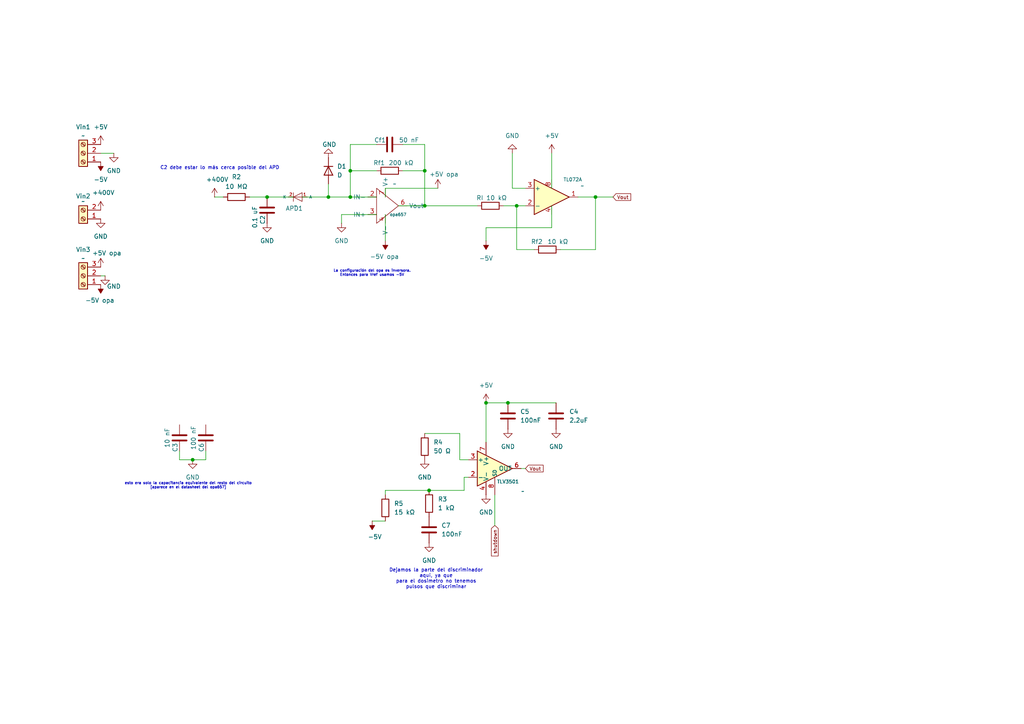
<source format=kicad_sch>
(kicad_sch (version 20250114) (generator "eeschema") (generator_version "9.0")
  (paper "A4")
  (lib_symbols
    (symbol "Amplifier_Operational:TL072" (pin_names (offset 0.127))
      (property "Reference" "U1" (at 0 10.16 0))
      (property "Value" "TL072" (at 0 7.62 0))
      (symbol "TL072_1_1"
        (polyline (pts (xy -5.08 5.08) (xy 5.08 0) (xy -5.08 -5.08) (xy -5.08 5.08)) (stroke (width 0.254)) (fill (type background)))
        (pin input line (at -7.62 2.54 0) (length 2.54) (name "+") (number "3"))
        (pin input line (at -7.62 -2.54 0) (length 2.54) (name "-") (number "2"))
        (pin power_in line (at 0 2.54 90) (length 2.54) (name "") (number "8"))
        (pin power_in line (at 0 -2.54 270) (length 2.54) (name "") (number "4"))
        (pin output line (at 7.62 0 180) (length 2.54) (name "~") (number "1"))
      )
      (symbol "TL072_2_1"
        (polyline (pts (xy -5.08 5.08) (xy 5.08 0) (xy -5.08 -5.08) (xy -5.08 5.08)) (stroke (width 0.254)) (fill (type background)))
        (pin input line (at -7.62 2.54 0) (length 2.54) (name "+") (number "5"))
        (pin input line (at -7.62 -2.54 0) (length 2.54) (name "-") (number "6"))
        (pin output line (at 7.62 0 180) (length 2.54) (name "~") (number "7"))
      )
      (symbol "TL072_3_1"
        (pin power_in line (at -2.54 7.62 270) (length 3.81) (name "V+") (number "8"))
        (pin power_in line (at -2.54 -7.62 90) (length 3.81) (name "V-") (number "4"))
      )
    )
    (symbol "Connector:Screw_Terminal_01x02" (pin_names (offset 1.016) (hide yes))
      (property "Reference" "J" (at 0 2.54 0))
      (property "Value" "Screw_Terminal_01x02" (at 0 -5.08 0))
      (symbol "Screw_Terminal_01x02_1_1"
        (rectangle (start -1.27 1.27) (end 1.27 -3.81) (stroke (width 0.254)) (fill (type background)))
        (polyline (pts (xy -0.5334 0.3302) (xy 0.3302 -0.508)) (stroke (width 0.1524)))
        (polyline (pts (xy -0.5334 -2.2098) (xy 0.3302 -3.048)) (stroke (width 0.1524)))
        (polyline (pts (xy -0.3556 0.508) (xy 0.508 -0.3302)) (stroke (width 0.1524)))
        (polyline (pts (xy -0.3556 -2.032) (xy 0.508 -2.8702)) (stroke (width 0.1524)))
        (circle (center 0 0) (radius 0.635) (stroke (width 0.1524)))
        (circle (center 0 -2.54) (radius 0.635) (stroke (width 0.1524)))
        (pin passive line (at -5.08 0 0) (length 3.81) (name "Pin_1") (number "1"))
        (pin passive line (at -5.08 -2.54 0) (length 3.81) (name "Pin_2") (number "2"))
      )
    )
    (symbol "Connector:Screw_Terminal_01x03" (pin_names (offset 1.016) (hide yes))
      (property "Reference" "J" (at 0 5.08 0))
      (property "Value" "Screw_Terminal_01x03" (at 0 -5.08 0))
      (symbol "Screw_Terminal_01x03_1_1"
        (rectangle (start -1.27 3.81) (end 1.27 -3.81) (stroke (width 0.254)) (fill (type background)))
        (polyline (pts (xy -0.5334 2.8702) (xy 0.3302 2.032)) (stroke (width 0.1524)))
        (polyline (pts (xy -0.5334 0.3302) (xy 0.3302 -0.508)) (stroke (width 0.1524)))
        (polyline (pts (xy -0.5334 -2.2098) (xy 0.3302 -3.048)) (stroke (width 0.1524)))
        (polyline (pts (xy -0.3556 3.048) (xy 0.508 2.2098)) (stroke (width 0.1524)))
        (polyline (pts (xy -0.3556 0.508) (xy 0.508 -0.3302)) (stroke (width 0.1524)))
        (polyline (pts (xy -0.3556 -2.032) (xy 0.508 -2.8702)) (stroke (width 0.1524)))
        (circle (center 0 2.54) (radius 0.635) (stroke (width 0.1524)))
        (circle (center 0 0) (radius 0.635) (stroke (width 0.1524)))
        (circle (center 0 -2.54) (radius 0.635) (stroke (width 0.1524)))
        (pin passive line (at -5.08 2.54 0) (length 3.81) (name "Pin_1") (number "1"))
        (pin passive line (at -5.08 0 0) (length 3.81) (name "Pin_2") (number "2"))
        (pin passive line (at -5.08 -2.54 0) (length 3.81) (name "Pin_3") (number "3"))
      )
    )
    (symbol "Device:C" (pin_numbers (hide yes)) (pin_names (offset 0.254))
      (property "Reference" "C" (at 0.635 2.54 0))
      (property "Value" "C" (at 0.635 -2.54 0))
      (symbol "C_0_1"
        (polyline (pts (xy -2.032 0.762) (xy 2.032 0.762)) (stroke (width 0.508)))
        (polyline (pts (xy -2.032 -0.762) (xy 2.032 -0.762)) (stroke (width 0.508)))
      )
      (symbol "C_1_1"
        (pin passive line (at 0 3.81 270) (length 2.794) (name "~") (number "1"))
        (pin passive line (at 0 -3.81 90) (length 2.794) (name "~") (number "2"))
      )
    )
    (symbol "Device:D" (pin_numbers (hide yes)) (pin_names (offset 1.016) (hide yes))
      (property "Reference" "D" (at 0 2.54 0))
      (property "Value" "D" (at 0 -2.54 0))
      (symbol "D_0_1"
        (polyline (pts (xy -1.27 1.27) (xy -1.27 -1.27)) (stroke (width 0.254)))
        (polyline (pts (xy 1.27 1.27) (xy 1.27 -1.27) (xy -1.27 0) (xy 1.27 1.27)) (stroke (width 0.254)))
        (polyline (pts (xy 1.27 0) (xy -1.27 0)))
      )
      (symbol "D_1_1"
        (pin passive line (at -3.81 0 0) (length 2.54) (name "K") (number "1"))
        (pin passive line (at 3.81 0 180) (length 2.54) (name "A") (number "2"))
      )
    )
    (symbol "Device:R" (pin_numbers (hide yes)) (pin_names (offset 0))
      (property "Reference" "R" (at 2.032 0 90))
      (property "Value" "R" (at 0 0 90))
      (symbol "R_0_1"
        (rectangle (start -1.016 -2.54) (end 1.016 2.54) (stroke (width 0.254)))
      )
      (symbol "R_1_1"
        (pin passive line (at 0 3.81 270) (length 1.27) (name "~") (number "1"))
        (pin passive line (at 0 -3.81 90) (length 1.27) (name "~") (number "2"))
      )
    )
    (symbol "New_Library:OPA657"
      (property "Reference" "opa657" (at 11.43 1.27 0))
      (symbol "OPA657_0_1"
        (polyline (pts (xy 2.54 3.81) (xy 2.54 -6.35) (xy 8.89 -1.27) (xy 2.54 3.81)))
      )
      (symbol "OPA657_1_1"
        (pin input line (at 2.54 1.27 180) (length 2.54) (name "IN-") (number "2"))
        (pin no_connect line (at 2.54 -1.27 180) (length 2.54) (hide yes) (name "NC") (number "8"))
        (pin input line (at 2.54 -3.81 180) (length 2.54) (name "IN+") (number "3"))
        (pin power_in line (at 5.08 1.27 90) (length 2.54) (name "V+") (number "7"))
        (pin power_in line (at 5.08 -3.81 270) (length 2.54) (name "V-") (number "4"))
        (pin no_connect line (at 7.62 0 90) (length 2.54) (hide yes) (name "NC") (number "1"))
        (pin no_connect line (at 7.62 -2.54 270) (length 2.54) (hide yes) (name "NC") (number "5"))
        (pin output line (at 8.89 -1.27 0) (length 2.54) (name "Vout") (number "6"))
      )
    )
    (symbol "New_Library:S8664-1010"
      (property "Reference" "APD1" (at -1.27 3.81 0))
      (property "Value" "~" (at -0.635 2.54 0))
      (symbol "S8664-1010_1_1"
        (polyline (pts (xy 0 1.27) (xy 0 -1.27)) (stroke (width 0.15)))
        (polyline (pts (xy 0 0) (xy -2.54 0)))
        (polyline (pts (xy 0 0) (xy -2.54 1.27) (xy -2.54 -1.27) (xy 0 0)) (stroke (width 0.15)))
        (pin input line (at -2.54 0 180) (length 1.5) (name "A") (number "1"))
        (pin output line (at 0 0 0) (length 1.5) (name "K") (number "2"))
      )
    )
    (symbol "New_Library:TLV3501" (pin_names (offset 0.127))
      (property "Reference" "discriminador-tlv" (at 3.81 -5.08 0))
      (property "Value" "TLV3501" (at 3.81 -7.62 0))
      (symbol "TLV3501_1_1"
        (polyline (pts (xy -5.08 5.08) (xy 5.08 0) (xy -5.08 -5.08) (xy -5.08 5.08)) (stroke (width 0.254)) (fill (type background)))
        (pin input line (at -7.62 2.54 0) (length 2.54) (name "+") (number "3"))
        (pin input line (at -7.62 -2.54 0) (length 2.54) (name "-") (number "2"))
        (pin no_connect line (at -5.08 5.08 180) (length 0) (hide yes) (name "NC") (number "1"))
        (pin no_connect line (at -5.08 -5.08 180) (length 0) (hide yes) (name "NC") (number "5"))
        (pin power_in line (at -2.54 7.62 270) (length 3.81) (name "V+") (number "7"))
        (pin power_in line (at -2.54 -7.62 90) (length 3.81) (name "V-") (number "4"))
        (pin input line (at 0 -7.62 90) (length 5.08) (name "SD") (number "8"))
        (pin output line (at 7.62 0 180) (length 2.54) (name "OUT") (number "6"))
      )
    )
    (symbol "power:+48V" (power) (pin_numbers (hide yes)) (pin_names (offset 0) (hide yes))
      (property "Value" "+48V" (at 0 3.556 0))
      (symbol "+48V_0_1"
        (polyline (pts (xy -0.762 1.27) (xy 0 2.54)))
        (polyline (pts (xy 0 2.54) (xy 0.762 1.27)))
        (polyline (pts (xy 0 0) (xy 0 2.54)))
      )
      (symbol "+48V_1_1"
        (pin power_in line (at 0 0 90) (length 0) (name "~") (number "1"))
      )
    )
    (symbol "power:+5V" (power) (pin_numbers (hide yes)) (pin_names (offset 0) (hide yes))
      (property "Value" "+5V" (at 0 3.556 0))
      (symbol "+5V_0_1"
        (polyline (pts (xy -0.762 1.27) (xy 0 2.54)))
        (polyline (pts (xy 0 2.54) (xy 0.762 1.27)))
        (polyline (pts (xy 0 0) (xy 0 2.54)))
      )
      (symbol "+5V_1_1"
        (pin power_in line (at 0 0 90) (length 0) (name "~") (number "1"))
      )
    )
    (symbol "power:-5V" (power) (pin_numbers (hide yes)) (pin_names (offset 0) (hide yes))
      (property "Value" "-5V" (at 0 3.556 0))
      (symbol "-5V_0_0"
        (pin power_in line (at 0 0 90) (length 0) (name "~") (number "1"))
      )
      (symbol "-5V_0_1"
        (polyline (pts (xy 0 0) (xy 0 1.27) (xy 0.762 1.27) (xy 0 2.54) (xy -0.762 1.27) (xy 0 1.27)) (fill (type outline)))
      )
    )
    (symbol "power:GND" (power) (pin_numbers (hide yes)) (pin_names (offset 0) (hide yes))
      (property "Value" "GND" (at 0 -3.81 0))
      (symbol "GND_0_1"
        (polyline (pts (xy 0 0) (xy 0 -1.27) (xy 1.27 -1.27) (xy 0 -2.54) (xy -1.27 -1.27) (xy 0 -1.27)))
      )
      (symbol "GND_1_1"
        (pin power_in line (at 0 0 270) (length 0) (name "~") (number "1"))
      )
    )
  )
  (text "Dejamos la parte del discriminador\naquí, ya que\npara el dosimetro no tenemos\npulsos que discriminar" (at 126.492 167.894 0) (effects (font (size 1 1))))
  (text "La configuración del opa es inversora. \nEntonces para Vref usamos -5V " (at 108.204 79.248 0) (effects (font (size 0.75 0.75))))
  (text "C2 debe estar lo más cerca posible del APD\n" (at 63.754 48.768 0) (effects (font (size 1 1))))
  (text "esto era solo la capacitancia equivalente del resto del circuito\n[aparece en el datasheet del opa657]\n\n" (at 54.61 141.478 0) (effects (font (size 0.75 0.75))))
  (junction (at 101.6 49.53))
  (junction (at 124.46 142.24))
  (junction (at 55.88 133.35))
  (junction (at 149.86 59.69))
  (junction (at 95.25 57.15))
  (junction (at 123.19 59.69))
  (junction (at 140.97 116.84))
  (junction (at 147.32 116.84))
  (junction (at 101.6 57.15))
  (junction (at 123.19 49.53))
  (junction (at 77.47 57.15))
  (junction (at 172.72 57.15))
  (wire (pts (xy 59.69 130.81) (xy 59.69 133.35)))
  (wire (pts (xy 147.32 116.84) (xy 161.29 116.84)))
  (wire (pts (xy 123.19 49.53) (xy 123.19 59.69)))
  (wire (pts (xy 134.62 142.24) (xy 134.62 138.43)))
  (wire (pts (xy 146.05 59.69) (xy 149.86 59.69)))
  (wire (pts (xy 52.07 130.81) (xy 52.07 133.35)))
  (wire (pts (xy 151.13 135.89) (xy 152.4 135.89)))
  (wire (pts (xy 140.97 116.84) (xy 140.97 128.27)))
  (wire (pts (xy 167.64 57.15) (xy 172.72 57.15)))
  (wire (pts (xy 109.22 49.53) (xy 101.6 49.53)))
  (wire (pts (xy 135.89 133.35) (xy 133.35 133.35)))
  (wire (pts (xy 107.95 151.13) (xy 111.76 151.13)))
  (wire (pts (xy 160.02 59.69) (xy 160.02 66.04)))
  (wire (pts (xy 143.51 143.51) (xy 143.51 152.4)))
  (wire (pts (xy 149.86 72.39) (xy 149.86 59.69)))
  (wire (pts (xy 101.6 57.15) (xy 109.22 57.15)))
  (wire (pts (xy 172.72 57.15) (xy 177.8 57.15)))
  (wire (pts (xy 111.76 142.24) (xy 124.46 142.24)))
  (wire (pts (xy 111.76 54.61) (xy 127 54.61)))
  (wire (pts (xy 29.21 80.01) (xy 30.48 80.01)))
  (wire (pts (xy 116.84 49.53) (xy 123.19 49.53)))
  (wire (pts (xy 101.6 49.53) (xy 101.6 57.15)))
  (wire (pts (xy 160.02 44.45) (xy 160.02 54.61)))
  (wire (pts (xy 123.19 125.73) (xy 133.35 125.73)))
  (wire (pts (xy 116.84 41.91) (xy 123.19 41.91)))
  (wire (pts (xy 101.6 41.91) (xy 109.22 41.91)))
  (wire (pts (xy 134.62 142.24) (xy 124.46 142.24)))
  (wire (pts (xy 149.86 59.69) (xy 152.4 59.69)))
  (wire (pts (xy 77.47 57.15) (xy 85.09 57.15)))
  (wire (pts (xy 148.59 44.45) (xy 148.59 54.61)))
  (wire (pts (xy 162.56 72.39) (xy 172.72 72.39)))
  (wire (pts (xy 152.4 54.61) (xy 148.59 54.61)))
  (wire (pts (xy 52.07 133.35) (xy 55.88 133.35)))
  (wire (pts (xy 111.76 62.23) (xy 111.76 69.85)))
  (wire (pts (xy 140.97 116.84) (xy 147.32 116.84)))
  (wire (pts (xy 95.25 53.34) (xy 95.25 57.15)))
  (wire (pts (xy 111.76 143.51) (xy 111.76 142.24)))
  (wire (pts (xy 99.06 62.23) (xy 109.22 62.23)))
  (wire (pts (xy 95.25 57.15) (xy 101.6 57.15)))
  (wire (pts (xy 134.62 138.43) (xy 135.89 138.43)))
  (wire (pts (xy 111.76 54.61) (xy 111.76 57.15)))
  (wire (pts (xy 123.19 59.69) (xy 138.43 59.69)))
  (wire (pts (xy 133.35 133.35) (xy 133.35 125.73)))
  (wire (pts (xy 154.94 72.39) (xy 149.86 72.39)))
  (wire (pts (xy 101.6 49.53) (xy 101.6 41.91)))
  (wire (pts (xy 115.57 59.69) (xy 123.19 59.69)))
  (wire (pts (xy 160.02 66.04) (xy 140.97 66.04)))
  (wire (pts (xy 87.63 57.15) (xy 95.25 57.15)))
  (wire (pts (xy 123.19 41.91) (xy 123.19 49.53)))
  (wire (pts (xy 72.39 57.15) (xy 77.47 57.15)))
  (wire (pts (xy 62.23 57.15) (xy 64.77 57.15)))
  (wire (pts (xy 172.72 57.15) (xy 172.72 72.39)))
  (wire (pts (xy 99.06 62.23) (xy 99.06 64.77)))
  (wire (pts (xy 55.88 133.35) (xy 59.69 133.35)))
  (wire (pts (xy 140.97 66.04) (xy 140.97 69.85)))
  (wire (pts (xy 29.21 44.45) (xy 33.02 44.45)))
  (global_label "Vout" (shape input) (at 177.8 57.15 0) (effects (font (size 1 1))) (property "Intersheetrefs" "${INTERSHEET_REFS}" (effects (hide yes))))
  (global_label "shutdown" (shape input) (at 143.51 152.4 270) (effects (font (size 1 1))) (property "Intersheetrefs" "${INTERSHEET_REFS}" (effects (hide yes))))
  (global_label "Vout" (shape input) (at 152.4 135.89 0) (effects (font (size 1 1))) (property "Intersheetrefs" "${INTERSHEET_REFS}" (effects (hide yes))))
  (symbol (lib_id "power:GND") (at 55.88 133.35 0) (unit 1)
    (property "Reference" "#PWR018" (effects (hide yes)))
    (property "Value" "GND" (at 55.88 138.43 0))
    (property "Description" "Power symbol creates a global label with name \"GND\" , ground" (effects (hide yes)))
  )
  (symbol (lib_id "Device:C") (at 124.46 153.67 0) (unit 1)
    (property "Reference" "C7" (at 128.016 152.4 0) (effects (justify left)))
    (property "Value" "100nF" (at 128.016 154.94 0) (effects (justify left)))
    (property "Footprint" "Capacitor_SMD:C_0603_1608Metric" (effects (hide yes)))
    (property "Description" "Unpolarized capacitor" (effects (hide yes)))
  )
  (symbol (lib_id "power:+5V") (at 127 54.61 0) (unit 1)
    (property "Reference" "#PWR022" (effects (hide yes)))
    (property "Value" "+5V opa" (at 128.778 50.546 0))
    (property "Description" "Power symbol creates a global label with name \"+5V\"" (effects (hide yes)))
  )
  (symbol (lib_id "power:GND") (at 148.59 44.45 180) (unit 1)
    (property "Reference" "#PWR025" (effects (hide yes)))
    (property "Value" "GND" (at 148.59 39.37 0))
    (property "Description" "Power symbol creates a global label with name \"GND\" , ground" (effects (hide yes)))
  )
  (symbol (lib_id "Connector:Screw_Terminal_01x02") (at 24.13 63.5 180) (unit 1)
    (property "Reference" "Vin2" (at 24.13 56.896 0))
    (property "Value" "~" (at 24.13 58.42 0))
    (property "Footprint" "libreria_1:Terminal_2pines_5.08mm" (effects (hide yes)))
    (property "Description" "Generic screw terminal, single row, 01x02, script generated (kicad-library-utils/schlib/autogen/connector/)" (effects (hide yes)))
  )
  (symbol (lib_id "Connector:Screw_Terminal_01x03") (at 24.13 80.01 180) (unit 1)
    (property "Reference" "Vin3" (at 24.13 72.39 0))
    (property "Value" "~" (at 24.13 74.93 0))
    (property "Description" "Generic screw terminal, single row, 01x03, script generated (kicad-library-utils/schlib/autogen/connector/)" (effects (hide yes)))
  )
  (symbol (lib_id "power:GND") (at 30.48 80.01 0) (unit 1)
    (property "Reference" "#PWR010" (effects (hide yes)))
    (property "Value" "GND" (at 33.02 83.058 0))
    (property "Description" "Power symbol creates a global label with name \"GND\" , ground" (effects (hide yes)))
  )
  (symbol (lib_id "power:GND") (at 123.19 133.35 0) (unit 1)
    (property "Reference" "#PWR015" (effects (hide yes)))
    (property "Value" "GND" (at 123.19 138.43 0))
    (property "Description" "Power symbol creates a global label with name \"GND\" , ground" (effects (hide yes)))
  )
  (symbol (lib_id "power:GND") (at 29.21 63.5 0) (unit 1)
    (property "Reference" "#PWR03" (effects (hide yes)))
    (property "Value" "GND" (at 29.21 68.58 0))
    (property "Description" "Power symbol creates a global label with name \"GND\" , ground" (effects (hide yes)))
  )
  (symbol (lib_id "power:GND") (at 95.25 45.72 180) (unit 1)
    (property "Reference" "#PWR07" (effects (hide yes)))
    (property "Value" "GND" (at 93.472 41.91 0) (effects (justify right)))
    (property "Description" "Power symbol creates a global label with name \"GND\" , ground" (effects (hide yes)))
  )
  (symbol (lib_id "power:-5V") (at 140.97 69.85 180) (unit 1)
    (property "Reference" "#PWR023" (effects (hide yes)))
    (property "Value" "-5V" (at 140.97 74.93 0))
    (property "Description" "Power symbol creates a global label with name \"-5V\"" (effects (hide yes)))
  )
  (symbol (lib_id "power:GND") (at 77.47 64.77 0) (unit 1)
    (property "Reference" "#PWR08" (effects (hide yes)))
    (property "Value" "GND" (at 77.47 69.85 0))
    (property "Description" "Power symbol creates a global label with name \"GND\" , ground" (effects (hide yes)))
  )
  (symbol (lib_id "power:+48V") (at 29.21 60.96 0) (unit 1)
    (property "Reference" "#PWR04" (effects (hide yes)))
    (property "Value" "+400V" (at 30 55.88 0))
    (property "Description" "Power symbol creates a global label with name \"+48V\"" (effects (hide yes)))
  )
  (symbol (lib_id "Device:C") (at 59.69 127 180) (unit 1)
    (property "Reference" "C6" (at 58.42 129.794 90))
    (property "Value" "100 nF" (at 56.134 127 90))
    (property "Footprint" "Capacitor_SMD:C_0603_1608Metric" (effects (hide yes)))
    (property "Description" "Unpolarized capacitor" (effects (hide yes)))
  )
  (symbol (lib_id "Device:C") (at 77.47 60.96 180) (unit 1)
    (property "Reference" "C2" (at 76.2 63.754 90))
    (property "Value" "0.1 uF" (at 73.914 62.992 90))
    (property "Footprint" "Capacitor_SMD:C_0603_1608Metric" (effects (hide yes)))
    (property "Description" "Unpolarized capacitor" (effects (hide yes)))
  )
  (symbol (lib_id "Device:C") (at 147.32 120.65 0) (unit 1)
    (property "Reference" "C5" (at 150.876 119.38 0) (effects (justify left)))
    (property "Value" "100nF" (at 150.876 121.92 0) (effects (justify left)))
    (property "Footprint" "Capacitor_SMD:C_0603_1608Metric" (effects (hide yes)))
    (property "Description" "Unpolarized capacitor" (effects (hide yes)))
  )
  (symbol (lib_id "Device:R") (at 111.76 147.32 0) (unit 1)
    (property "Reference" "R5" (at 114.3 146.0499 0) (effects (justify left)))
    (property "Value" "15 kΩ" (at 114.3 148.5899 0) (effects (justify left)))
    (property "Footprint" "Resistor_SMD:R_0603_1608Metric" (effects (hide yes)))
    (property "Description" "Resistor" (effects (hide yes)))
  )
  (symbol (lib_id "New_Library:S8664-1010") (at 85.09 57.15 180) (unit 1)
    (property "Reference" "APD1" (at 85.344 60.452 0))
    (property "Value" "~" (at 85.725 59.69 0))
    (property "Footprint" "libreria_1:APD_S8664-1010" (effects (hide yes)))
  )
  (symbol (lib_id "New_Library:OPA657") (at 106.68 58.42 0) (unit 1)
    (property "Reference" "opa657" (at 113.03 62.23 0) (effects (font (size 0.85 0.85)) (justify left)))
    (property "Value" "~" (at 113.9033 53.34 0) (effects (justify left)))
    (property "Footprint" "libreria_1:opa657" (effects (hide yes)))
  )
  (symbol (lib_id "power:GND") (at 161.29 124.46 0) (unit 1)
    (property "Reference" "#PWR014" (effects (hide yes)))
    (property "Value" "GND" (at 161.29 129.54 0))
    (property "Description" "Power symbol creates a global label with name \"GND\" , ground" (effects (hide yes)))
  )
  (symbol (lib_id "Device:R") (at 113.03 49.53 90) (unit 1)
    (property "Reference" "Rf1" (at 109.982 47.244 90))
    (property "Value" "200 kΩ" (at 116.332 47.244 90))
    (property "Footprint" "Resistor_SMD:R_0603_1608Metric" (effects (hide yes)))
    (property "Description" "Resistor" (effects (hide yes)))
  )
  (symbol (lib_id "power:+5V") (at 29.21 41.91 0) (unit 1)
    (property "Reference" "#PWR01" (effects (hide yes)))
    (property "Value" "+5V" (at 29.21 36.83 0))
    (property "Description" "Power symbol creates a global label with name \"+5V\"" (effects (hide yes)))
  )
  (symbol (lib_id "Device:R") (at 142.24 59.69 90) (unit 1)
    (property "Reference" "RI" (at 139.192 57.404 90))
    (property "Value" "10 kΩ" (at 144.018 57.404 90))
    (property "Footprint" "Resistor_SMD:R_0603_1608Metric" (effects (hide yes)))
    (property "Description" "Resistor" (effects (hide yes)))
  )
  (symbol (lib_id "power:GND") (at 140.97 143.51 0) (unit 1)
    (property "Reference" "#PWR012" (effects (hide yes)))
    (property "Value" "GND" (at 140.97 148.59 0))
    (property "Description" "Power symbol creates a global label with name \"GND\" , ground" (effects (hide yes)))
  )
  (symbol (lib_id "power:GND") (at 33.02 44.45 0) (unit 1)
    (property "Reference" "#PWR016" (effects (hide yes)))
    (property "Value" "GND" (at 33.02 49.53 0))
    (property "Description" "Power symbol creates a global label with name \"GND\" , ground" (effects (hide yes)))
  )
  (symbol (lib_id "power:+5V") (at 160.02 44.45 0) (unit 1)
    (property "Reference" "#PWR024" (effects (hide yes)))
    (property "Value" "+5V" (at 160.02 39.37 0))
    (property "Description" "Power symbol creates a global label with name \"+5V\"" (effects (hide yes)))
  )
  (symbol (lib_id "New_Library:TLV3501") (at 143.51 135.89 0) (unit 1)
    (property "Reference" "TLV3501" (at 147.32 139.7 0) (effects (font (size 1 1))))
    (property "Value" "~" (at 151.638 142.494 0) (effects (font (size 1 1))))
    (property "Footprint" "Package_SO:SOIC-8_3.9x4.9mm_P1.27mm" (effects (hide yes)))
    (property "Datasheet" "https://www.ti.com/lit/ds/symlink/tlv3501.pdf" (effects (hide yes)))
    (property "Description" "High-Speed Comparator, 4.5-ns, Rail-to-Rail, Push-Pull CMOS Output, SOIC-8" (effects (hide yes)))
  )
  (symbol (lib_id "power:-5V") (at 107.95 151.13 180) (unit 1)
    (property "Reference" "#PWR017" (effects (hide yes)))
    (property "Value" "-5V" (at 108.712 155.702 0))
    (property "Description" "Power symbol creates a global label with name \"-5V\"" (effects (hide yes)))
  )
  (symbol (lib_id "Amplifier_Operational:TL072") (at 160.02 57.15 0) (unit 1)
    (property "Reference" "TL072" (at 166.116 52.07 0) (effects (font (size 1 1))))
    (property "Value" "~" (at 168.91 53.9049 0))
    (property "Footprint" "Package_DIP:DIP-8_W7.62mm_LongPads" (effects (hide yes)))
    (property "Datasheet" "http://www.ti.com/lit/ds/symlink/tl071.pdf" (effects (hide yes)))
    (property "Description" "Dual Low-Noise JFET-Input Operational Amplifiers, DIP-8/SOIC-8" (effects (hide yes)))
  )
  (symbol (lib_id "power:GND") (at 124.46 157.48 0) (unit 1)
    (property "Reference" "#PWR011" (effects (hide yes)))
    (property "Value" "GND" (at 124.46 162.56 0))
    (property "Description" "Power symbol creates a global label with name \"GND\" , ground" (effects (hide yes)))
  )
  (symbol (lib_id "Device:D") (at 95.25 49.53 270) (unit 1)
    (property "Reference" "D1" (at 97.79 48.2599 90) (effects (justify left)))
    (property "Value" "D" (at 97.79 50.7999 90) (effects (justify left)))
    (property "Footprint" "Diode_THT:D_DO-35_SOD27_P7.62mm_Horizontal" (effects (hide yes)))
    (property "Description" "Diode" (effects (hide yes)))
    (property "Sim.Device" "D" (effects (hide yes)))
    (property "Sim.Pins" "1=K 2=A" (effects (hide yes)))
  )
  (symbol (lib_id "Connector:Screw_Terminal_01x03") (at 24.13 44.45 180) (unit 1)
    (property "Reference" "Vin1" (at 24.13 36.83 0))
    (property "Value" "~" (at 24.13 39.37 0))
    (property "Description" "Generic screw terminal, single row, 01x03, script generated (kicad-library-utils/schlib/autogen/connector/)" (effects (hide yes)))
  )
  (symbol (lib_id "Device:C") (at 161.29 120.65 0) (unit 1)
    (property "Reference" "C4" (at 165.1 119.3799 0) (effects (justify left)))
    (property "Value" "2.2uF" (at 165.1 121.92 0) (effects (justify left)))
    (property "Footprint" "Capacitor_SMD:C_0603_1608Metric" (effects (hide yes)))
    (property "Description" "Unpolarized capacitor" (effects (hide yes)))
  )
  (symbol (lib_id "power:GND") (at 147.32 124.46 0) (unit 1)
    (property "Reference" "#PWR013" (effects (hide yes)))
    (property "Value" "GND" (at 147.32 129.54 0))
    (property "Description" "Power symbol creates a global label with name \"GND\" , ground" (effects (hide yes)))
  )
  (symbol (lib_id "Device:C") (at 113.03 41.91 90) (unit 1)
    (property "Reference" "Cf1" (at 110.236 40.64 90))
    (property "Value" "50 nF" (at 118.618 40.64 90))
    (property "Footprint" "Capacitor_SMD:C_0603_1608Metric" (effects (hide yes)))
    (property "Description" "Unpolarized capacitor" (effects (hide yes)))
  )
  (symbol (lib_id "power:+48V") (at 62.23 57.15 0) (unit 1)
    (property "Reference" "#PWR05" (effects (hide yes)))
    (property "Value" "+400V" (at 63.02 52.07 0))
    (property "Description" "Power symbol creates a global label with name \"+48V\"" (effects (hide yes)))
  )
  (symbol (lib_id "Device:C") (at 52.07 127 180) (unit 1)
    (property "Reference" "C3" (at 50.8 129.794 90))
    (property "Value" "10 nF" (at 48.514 127 90))
    (property "Footprint" "Capacitor_SMD:C_0603_1608Metric" (effects (hide yes)))
    (property "Description" "Unpolarized capacitor" (effects (hide yes)))
  )
  (symbol (lib_id "power:+5V") (at 29.21 77.47 0) (unit 1)
    (property "Reference" "#PWR019" (effects (hide yes)))
    (property "Value" "+5V opa" (at 30.988 73.406 0))
    (property "Description" "Power symbol creates a global label with name \"+5V\"" (effects (hide yes)))
  )
  (symbol (lib_id "power:-5V") (at 29.21 46.99 180) (unit 1)
    (property "Reference" "#PWR02" (effects (hide yes)))
    (property "Value" "-5V" (at 29.21 52.07 0))
    (property "Description" "Power symbol creates a global label with name \"-5V\"" (effects (hide yes)))
  )
  (symbol (lib_id "power:GND") (at 99.06 64.77 0) (unit 1)
    (property "Reference" "#PWR09" (effects (hide yes)))
    (property "Value" "GND" (at 99.06 69.85 0))
    (property "Description" "Power symbol creates a global label with name \"GND\" , ground" (effects (hide yes)))
  )
  (symbol (lib_id "power:-5V") (at 29.21 82.55 180) (unit 1)
    (property "Reference" "#PWR020" (effects (hide yes)))
    (property "Value" "-5V opa" (at 28.956 87.122 0))
    (property "Description" "Power symbol creates a global label with name \"-5V\"" (effects (hide yes)))
  )
  (symbol (lib_id "Device:R") (at 68.58 57.15 90) (unit 1)
    (property "Reference" "R2" (at 68.58 51.308 90))
    (property "Value" "10 MΩ" (at 68.58 54.102 90))
    (property "Footprint" "Resistor_SMD:R_0603_1608Metric" (effects (hide yes)))
    (property "Description" "Resistor" (effects (hide yes)))
  )
  (symbol (lib_id "power:-5V") (at 111.76 69.85 180) (unit 1)
    (property "Reference" "#PWR021" (effects (hide yes)))
    (property "Value" "-5V opa" (at 111.506 74.422 0))
    (property "Description" "Power symbol creates a global label with name \"-5V\"" (effects (hide yes)))
  )
  (symbol (lib_id "Device:R") (at 124.46 146.05 0) (unit 1)
    (property "Reference" "R3" (at 127 144.7799 0) (effects (justify left)))
    (property "Value" "1 kΩ" (at 127 147.3199 0) (effects (justify left)))
    (property "Footprint" "Resistor_SMD:R_0603_1608Metric" (effects (hide yes)))
    (property "Description" "Resistor" (effects (hide yes)))
  )
  (symbol (lib_id "power:+5V") (at 140.97 116.84 0) (unit 1)
    (property "Reference" "#PWR06" (effects (hide yes)))
    (property "Value" "+5V" (at 140.97 111.76 0))
    (property "Description" "Power symbol creates a global label with name \"+5V\"" (effects (hide yes)))
  )
  (symbol (lib_id "Device:R") (at 158.75 72.39 90) (unit 1)
    (property "Reference" "Rf2" (at 155.702 70.104 90))
    (property "Value" "10 kΩ" (at 161.798 70.104 90))
    (property "Footprint" "Resistor_SMD:R_0603_1608Metric" (effects (hide yes)))
    (property "Description" "Resistor" (effects (hide yes)))
  )
  (symbol (lib_id "Device:R") (at 123.19 129.54 0) (unit 1)
    (property "Reference" "R4" (at 125.73 128.2699 0) (effects (justify left)))
    (property "Value" "50 Ω" (at 125.73 130.8099 0) (effects (justify left)))
    (property "Footprint" "Resistor_SMD:R_0603_1608Metric" (effects (hide yes)))
    (property "Description" "Resistor" (effects (hide yes)))
  )
)
</source>
